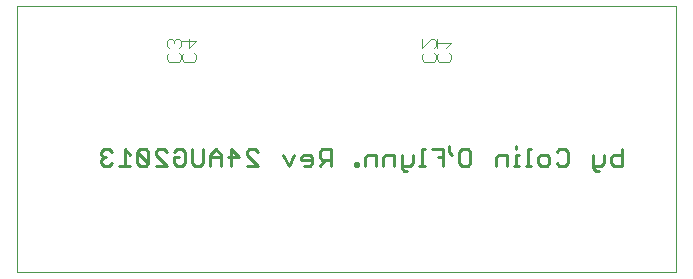
<source format=gbr>
G75*
%MOIN*%
%OFA0B0*%
%FSLAX24Y24*%
%IPPOS*%
%LPD*%
%AMOC8*
5,1,8,0,0,1.08239X$1,22.5*
%
%ADD10C,0.0000*%
%ADD11C,0.0110*%
%ADD12C,0.0040*%
D10*
X000850Y000350D02*
X000850Y009220D01*
X022842Y009220D01*
X022842Y000350D01*
X000850Y000350D01*
D11*
X003754Y003905D02*
X003662Y003997D01*
X003662Y004088D01*
X003754Y004180D01*
X003845Y004180D01*
X003754Y004180D02*
X003662Y004272D01*
X003662Y004364D01*
X003754Y004455D01*
X003937Y004455D01*
X004029Y004364D01*
X004029Y003997D02*
X003937Y003905D01*
X003754Y003905D01*
X004270Y003905D02*
X004637Y003905D01*
X004453Y003905D02*
X004453Y004455D01*
X004637Y004272D01*
X004877Y004364D02*
X004877Y003997D01*
X004969Y003905D01*
X005153Y003905D01*
X005244Y003997D01*
X004877Y004364D01*
X004969Y004455D01*
X005153Y004455D01*
X005244Y004364D01*
X005244Y003997D01*
X005485Y003905D02*
X005852Y003905D01*
X005485Y004272D01*
X005485Y004364D01*
X005577Y004455D01*
X005760Y004455D01*
X005852Y004364D01*
X006093Y004364D02*
X006185Y004455D01*
X006368Y004455D01*
X006460Y004364D01*
X006460Y003997D01*
X006368Y003905D01*
X006185Y003905D01*
X006093Y003997D01*
X006093Y004180D01*
X006276Y004180D01*
X006700Y003997D02*
X006700Y004455D01*
X007067Y004455D02*
X007067Y003997D01*
X006976Y003905D01*
X006792Y003905D01*
X006700Y003997D01*
X007308Y003905D02*
X007308Y004272D01*
X007492Y004455D01*
X007675Y004272D01*
X007675Y003905D01*
X007675Y004180D02*
X007308Y004180D01*
X007916Y004180D02*
X008283Y004180D01*
X008008Y004455D01*
X008008Y003905D01*
X008524Y003905D02*
X008891Y003905D01*
X008524Y004272D01*
X008524Y004364D01*
X008615Y004455D01*
X008799Y004455D01*
X008891Y004364D01*
X009739Y004272D02*
X009923Y003905D01*
X010106Y004272D01*
X010347Y004180D02*
X010347Y004088D01*
X010714Y004088D01*
X010714Y003997D02*
X010714Y004180D01*
X010622Y004272D01*
X010439Y004272D01*
X010347Y004180D01*
X010439Y003905D02*
X010622Y003905D01*
X010714Y003997D01*
X010955Y003905D02*
X011138Y004088D01*
X011046Y004088D02*
X011321Y004088D01*
X011321Y003905D02*
X011321Y004455D01*
X011046Y004455D01*
X010955Y004364D01*
X010955Y004180D01*
X011046Y004088D01*
X012141Y003997D02*
X012141Y003905D01*
X012233Y003905D01*
X012233Y003997D01*
X012141Y003997D01*
X012474Y003905D02*
X012474Y004180D01*
X012566Y004272D01*
X012841Y004272D01*
X012841Y003905D01*
X013082Y003905D02*
X013082Y004180D01*
X013173Y004272D01*
X013449Y004272D01*
X013449Y003905D01*
X013689Y003905D02*
X013964Y003905D01*
X014056Y003997D01*
X014056Y004272D01*
X014370Y004455D02*
X014370Y003905D01*
X014461Y003905D02*
X014278Y003905D01*
X013873Y003722D02*
X013781Y003722D01*
X013689Y003813D01*
X013689Y004272D01*
X014370Y004455D02*
X014461Y004455D01*
X014702Y004455D02*
X015069Y004455D01*
X015069Y003905D01*
X015069Y004180D02*
X014886Y004180D01*
X015281Y004364D02*
X015373Y004272D01*
X015281Y004364D02*
X015281Y004547D01*
X015614Y004364D02*
X015705Y004455D01*
X015889Y004455D01*
X015981Y004364D01*
X015981Y003997D01*
X015889Y003905D01*
X015705Y003905D01*
X015614Y003997D01*
X015614Y004364D01*
X016829Y004180D02*
X016829Y003905D01*
X016829Y004180D02*
X016921Y004272D01*
X017196Y004272D01*
X017196Y003905D01*
X017418Y003905D02*
X017601Y003905D01*
X017510Y003905D02*
X017510Y004272D01*
X017601Y004272D01*
X017510Y004455D02*
X017510Y004547D01*
X017915Y004455D02*
X017915Y003905D01*
X018006Y003905D02*
X017823Y003905D01*
X018247Y003997D02*
X018247Y004180D01*
X018339Y004272D01*
X018522Y004272D01*
X018614Y004180D01*
X018614Y003997D01*
X018522Y003905D01*
X018339Y003905D01*
X018247Y003997D01*
X018006Y004455D02*
X017915Y004455D01*
X018855Y004364D02*
X018947Y004455D01*
X019130Y004455D01*
X019222Y004364D01*
X019222Y003997D01*
X019130Y003905D01*
X018947Y003905D01*
X018855Y003997D01*
X020070Y003905D02*
X020346Y003905D01*
X020437Y003997D01*
X020437Y004272D01*
X020678Y004180D02*
X020770Y004272D01*
X021045Y004272D01*
X021045Y004455D02*
X021045Y003905D01*
X020770Y003905D01*
X020678Y003997D01*
X020678Y004180D01*
X020254Y003722D02*
X020162Y003722D01*
X020070Y003813D01*
X020070Y004272D01*
D12*
X015330Y007447D02*
X015254Y007370D01*
X014947Y007370D01*
X014870Y007447D01*
X014870Y007600D01*
X014947Y007677D01*
X014830Y007600D02*
X014830Y007447D01*
X014754Y007370D01*
X014447Y007370D01*
X014370Y007447D01*
X014370Y007600D01*
X014447Y007677D01*
X014370Y007830D02*
X014677Y008137D01*
X014754Y008137D01*
X014830Y008061D01*
X014830Y007907D01*
X014754Y007830D01*
X014870Y007830D02*
X014870Y008137D01*
X014870Y007984D02*
X015330Y007984D01*
X015177Y007830D01*
X015254Y007677D02*
X015330Y007600D01*
X015330Y007447D01*
X014830Y007600D02*
X014754Y007677D01*
X014370Y007830D02*
X014370Y008137D01*
X006830Y008061D02*
X006600Y007830D01*
X006600Y008137D01*
X006370Y008061D02*
X006830Y008061D01*
X006754Y007677D02*
X006830Y007600D01*
X006830Y007447D01*
X006754Y007370D01*
X006447Y007370D01*
X006370Y007447D01*
X006370Y007600D01*
X006447Y007677D01*
X006330Y007600D02*
X006330Y007447D01*
X006254Y007370D01*
X005947Y007370D01*
X005870Y007447D01*
X005870Y007600D01*
X005947Y007677D01*
X005947Y007830D02*
X005870Y007907D01*
X005870Y008061D01*
X005947Y008137D01*
X006023Y008137D01*
X006100Y008061D01*
X006100Y007984D01*
X006100Y008061D02*
X006177Y008137D01*
X006254Y008137D01*
X006330Y008061D01*
X006330Y007907D01*
X006254Y007830D01*
X006254Y007677D02*
X006330Y007600D01*
M02*

</source>
